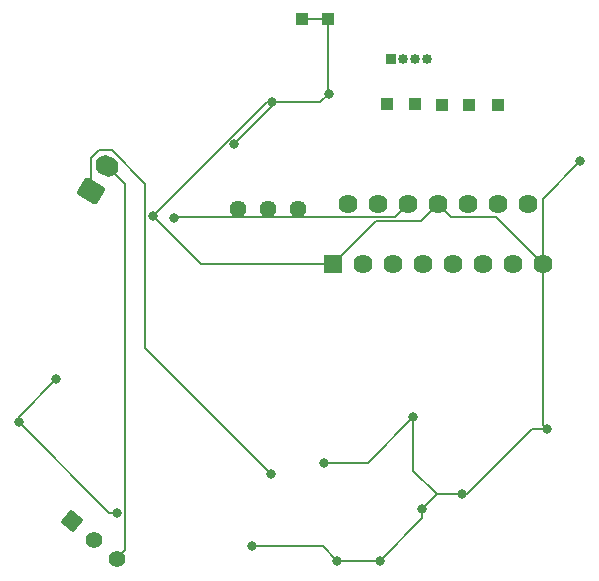
<source format=gbl>
%TF.GenerationSoftware,KiCad,Pcbnew,7.0.5-0*%
%TF.CreationDate,2024-11-24T15:49:57-05:00*%
%TF.ProjectId,PCB-diffDC,5043422d-6469-4666-9644-432e6b696361,rev?*%
%TF.SameCoordinates,Original*%
%TF.FileFunction,Copper,L2,Bot*%
%TF.FilePolarity,Positive*%
%FSLAX46Y46*%
G04 Gerber Fmt 4.6, Leading zero omitted, Abs format (unit mm)*
G04 Created by KiCad (PCBNEW 7.0.5-0) date 2024-11-24 15:49:57*
%MOMM*%
%LPD*%
G01*
G04 APERTURE LIST*
G04 Aperture macros list*
%AMRoundRect*
0 Rectangle with rounded corners*
0 $1 Rounding radius*
0 $2 $3 $4 $5 $6 $7 $8 $9 X,Y pos of 4 corners*
0 Add a 4 corners polygon primitive as box body*
4,1,4,$2,$3,$4,$5,$6,$7,$8,$9,$2,$3,0*
0 Add four circle primitives for the rounded corners*
1,1,$1+$1,$2,$3*
1,1,$1+$1,$4,$5*
1,1,$1+$1,$6,$7*
1,1,$1+$1,$8,$9*
0 Add four rect primitives between the rounded corners*
20,1,$1+$1,$2,$3,$4,$5,0*
20,1,$1+$1,$4,$5,$6,$7,0*
20,1,$1+$1,$6,$7,$8,$9,0*
20,1,$1+$1,$8,$9,$2,$3,0*%
%AMHorizOval*
0 Thick line with rounded ends*
0 $1 width*
0 $2 $3 position (X,Y) of the first rounded end (center of the circle)*
0 $4 $5 position (X,Y) of the second rounded end (center of the circle)*
0 Add line between two ends*
20,1,$1,$2,$3,$4,$5,0*
0 Add two circle primitives to create the rounded ends*
1,1,$1,$2,$3*
1,1,$1,$4,$5*%
%AMRotRect*
0 Rectangle, with rotation*
0 The origin of the aperture is its center*
0 $1 length*
0 $2 width*
0 $3 Rotation angle, in degrees counterclockwise*
0 Add horizontal line*
21,1,$1,$2,0,0,$3*%
G04 Aperture macros list end*
%TA.AperFunction,ComponentPad*%
%ADD10C,1.440000*%
%TD*%
%TA.AperFunction,ComponentPad*%
%ADD11R,1.000000X1.000000*%
%TD*%
%TA.AperFunction,ComponentPad*%
%ADD12R,0.850000X0.850000*%
%TD*%
%TA.AperFunction,ComponentPad*%
%ADD13O,0.850000X0.850000*%
%TD*%
%TA.AperFunction,ComponentPad*%
%ADD14R,1.620000X1.620000*%
%TD*%
%TA.AperFunction,ComponentPad*%
%ADD15C,1.620000*%
%TD*%
%TA.AperFunction,ComponentPad*%
%ADD16RoundRect,0.250000X0.333853X-0.900579X0.951898X0.128022X-0.333853X0.900579X-0.951898X-0.128022X0*%
%TD*%
%TA.AperFunction,ComponentPad*%
%ADD17HorizOval,1.700000X-0.128575X0.077256X0.128575X-0.077256X0*%
%TD*%
%TA.AperFunction,ComponentPad*%
%ADD18RotRect,1.408000X1.408000X320.000000*%
%TD*%
%TA.AperFunction,ComponentPad*%
%ADD19C,1.408000*%
%TD*%
%TA.AperFunction,ViaPad*%
%ADD20C,0.800000*%
%TD*%
%TA.AperFunction,Conductor*%
%ADD21C,0.200000*%
%TD*%
%ADD22C,0.350000*%
G04 APERTURE END LIST*
D10*
%TO.P,R4,1*%
%TO.N,Boost_Out*%
X113480000Y-53100000D03*
%TO.P,R4,2*%
%TO.N,Net-(U5-FB)*%
X110940000Y-53100000D03*
%TO.P,R4,3*%
%TO.N,N/C*%
X108400000Y-53100000D03*
%TD*%
D11*
%TO.P,J10,1,Pin_1*%
%TO.N,GND_Arduino1*%
X116030000Y-37070000D03*
%TD*%
%TO.P,J6,1,Pin_1*%
%TO.N,A1*%
X125638750Y-44300000D03*
%TD*%
%TO.P,J3,1,Pin_1*%
%TO.N,+5V Arduino*%
X123378750Y-44270000D03*
%TD*%
D12*
%TO.P,J2,1,Pin_1*%
%TO.N,OUT1*%
X121367250Y-40433500D03*
D13*
%TO.P,J2,2,Pin_2*%
%TO.N,OUT2*%
X122367250Y-40433500D03*
%TO.P,J2,3,Pin_3*%
%TO.N,OUT3*%
X123367250Y-40433500D03*
%TO.P,J2,4,Pin_4*%
%TO.N,OUT4*%
X124367250Y-40433500D03*
%TD*%
D14*
%TO.P,U1,1,SENSE_A*%
%TO.N,GND_Arduino1*%
X116418750Y-57770000D03*
D15*
%TO.P,U1,2,OUT1*%
%TO.N,OUT1*%
X117688750Y-52690000D03*
%TO.P,U1,3,OUT2*%
%TO.N,OUT2*%
X118958750Y-57770000D03*
%TO.P,U1,4,Vs*%
%TO.N,Boost_Out*%
X120228750Y-52690000D03*
%TO.P,U1,5,IN1*%
%TO.N,A0*%
X121498750Y-57770000D03*
%TO.P,U1,6,EnA*%
%TO.N,+5V Arduino*%
X122768750Y-52690000D03*
%TO.P,U1,7,IN2*%
%TO.N,A1*%
X124038750Y-57770000D03*
%TO.P,U1,8,GND*%
%TO.N,GND_Arduino1*%
X125308750Y-52690000D03*
%TO.P,U1,9,Vss*%
%TO.N,+5V Arduino*%
X126578750Y-57770000D03*
%TO.P,U1,10,IN3*%
%TO.N,A2*%
X127848750Y-52690000D03*
%TO.P,U1,11,EnB*%
%TO.N,+5V Arduino*%
X129118750Y-57770000D03*
%TO.P,U1,12,IN4*%
%TO.N,A3*%
X130388750Y-52690000D03*
%TO.P,U1,13,OUT3*%
%TO.N,OUT3*%
X131658750Y-57770000D03*
%TO.P,U1,14,OUT4*%
%TO.N,OUT4*%
X132928750Y-52690000D03*
%TO.P,U1,15,SENSE_B*%
%TO.N,GND_Arduino1*%
X134198750Y-57770000D03*
%TD*%
D16*
%TO.P,J4,1,Pin_1*%
%TO.N,Batt-*%
X95964838Y-51610558D03*
D17*
%TO.P,J4,2,Pin_2*%
%TO.N,Net-(J4-Pin_2)*%
X97252433Y-49467640D03*
%TD*%
D11*
%TO.P,J11,1,Pin_1*%
%TO.N,GND_Arduino1*%
X113840000Y-37060000D03*
%TD*%
%TO.P,J8,1,Pin_1*%
%TO.N,A3*%
X130368750Y-44300000D03*
%TD*%
D18*
%TO.P,SW1,1,A*%
%TO.N,Bat+*%
X94287139Y-79541531D03*
D19*
%TO.P,SW1,2,B*%
X96202250Y-81148500D03*
%TO.P,SW1,3,C*%
%TO.N,Net-(J4-Pin_2)*%
X98117361Y-82755469D03*
%TD*%
D11*
%TO.P,J7,1,Pin_1*%
%TO.N,A2*%
X127928750Y-44300000D03*
%TD*%
%TO.P,J5,1,Pin_1*%
%TO.N,A0*%
X120998750Y-44240000D03*
%TD*%
D20*
%TO.N,GND_Arduino1*%
X108040000Y-47660000D03*
%TO.N,Batt-*%
X111188750Y-75560000D03*
%TO.N,GND_Arduino1*%
X101218750Y-53700000D03*
X89838750Y-71200000D03*
X116068750Y-43380000D03*
X120388750Y-82910000D03*
X111258750Y-44100000D03*
X92998750Y-67560000D03*
X123998750Y-78530000D03*
X98138750Y-78850000D03*
X109528750Y-81680000D03*
X127338750Y-77300000D03*
X137368750Y-49080000D03*
X116798750Y-82900000D03*
X123218750Y-70770000D03*
X134510000Y-71750000D03*
X115678750Y-74620000D03*
%TO.N,+5V Arduino*%
X102948750Y-53880000D03*
%TD*%
D21*
%TO.N,GND_Arduino1*%
X134198750Y-57770000D02*
X134198750Y-71438750D01*
X134198750Y-71438750D02*
X134510000Y-71750000D01*
X134510000Y-71750000D02*
X133278750Y-71750000D01*
X127728750Y-77300000D02*
X127338750Y-77300000D01*
X133278750Y-71750000D02*
X127728750Y-77300000D01*
%TO.N,Batt-*%
X96613928Y-48159306D02*
X97699306Y-48159306D01*
X95964838Y-48808396D02*
X96613928Y-48159306D01*
X97699306Y-48159306D02*
X100518750Y-50978750D01*
X95964838Y-51610558D02*
X95964838Y-48808396D01*
X100518750Y-50978750D02*
X100518750Y-64890000D01*
X100518750Y-64890000D02*
X111188750Y-75560000D01*
%TO.N,Net-(J4-Pin_2)*%
X97252433Y-49467640D02*
X98838750Y-51053957D01*
X98838750Y-51053957D02*
X98838750Y-82034080D01*
X98838750Y-82034080D02*
X98117361Y-82755469D01*
%TO.N,GND_Arduino1*%
X116030000Y-37070000D02*
X116030000Y-43341250D01*
X116030000Y-43341250D02*
X116068750Y-43380000D01*
X108040000Y-47660000D02*
X111258750Y-44441250D01*
X111258750Y-44441250D02*
X111258750Y-44100000D01*
X125308750Y-52690000D02*
X126418750Y-53800000D01*
X115578750Y-81680000D02*
X116798750Y-82900000D01*
X125228750Y-77300000D02*
X123998750Y-78530000D01*
X125308750Y-52690000D02*
X123871750Y-54127000D01*
%TO.N,+5V Arduino*%
X121658750Y-53800000D02*
X103028750Y-53800000D01*
X122768750Y-52690000D02*
X121658750Y-53800000D01*
X103028750Y-53800000D02*
X102948750Y-53880000D01*
%TO.N,GND_Arduino1*%
X123998750Y-79300000D02*
X123998750Y-78530000D01*
X125228750Y-77300000D02*
X123218750Y-75290000D01*
X110818750Y-44100000D02*
X101218750Y-53700000D01*
X120388750Y-82910000D02*
X120378750Y-82900000D01*
X92998750Y-67560000D02*
X89838750Y-70720000D01*
X89838750Y-70720000D02*
X89838750Y-71200000D01*
X89838750Y-71200000D02*
X97488750Y-78850000D01*
X116418750Y-57770000D02*
X105288750Y-57770000D01*
X134198750Y-52250000D02*
X134198750Y-57770000D01*
X120388750Y-82910000D02*
X123998750Y-79300000D01*
X111258750Y-44100000D02*
X110818750Y-44100000D01*
X119368750Y-74620000D02*
X123218750Y-70770000D01*
X120061750Y-54127000D02*
X116418750Y-57770000D01*
X126418750Y-53800000D02*
X130228750Y-53800000D01*
X113840000Y-37060000D02*
X116020000Y-37060000D01*
X111258750Y-44100000D02*
X115348750Y-44100000D01*
X123871750Y-54127000D02*
X120061750Y-54127000D01*
X115678750Y-74620000D02*
X119368750Y-74620000D01*
X115348750Y-44100000D02*
X116068750Y-43380000D01*
X120378750Y-82900000D02*
X116798750Y-82900000D01*
X123218750Y-75290000D02*
X123218750Y-70770000D01*
X97488750Y-78850000D02*
X98138750Y-78850000D01*
X137368750Y-49080000D02*
X134198750Y-52250000D01*
X105288750Y-57770000D02*
X101218750Y-53700000D01*
X130228750Y-53800000D02*
X134198750Y-57770000D01*
X127338750Y-77300000D02*
X125228750Y-77300000D01*
X109528750Y-81680000D02*
X115578750Y-81680000D01*
%TD*%
D22*
X108040000Y-47660000D03*
X111188750Y-75560000D03*
X101218750Y-53700000D03*
X89838750Y-71200000D03*
X116068750Y-43380000D03*
X120388750Y-82910000D03*
X111258750Y-44100000D03*
X92998750Y-67560000D03*
X123998750Y-78530000D03*
X98138750Y-78850000D03*
X109528750Y-81680000D03*
X127338750Y-77300000D03*
X137368750Y-49080000D03*
X116798750Y-82900000D03*
X123218750Y-70770000D03*
X134510000Y-71750000D03*
X115678750Y-74620000D03*
X102948750Y-53880000D03*
X113480000Y-53100000D03*
X110940000Y-53100000D03*
X108400000Y-53100000D03*
X116030000Y-37070000D03*
X125638750Y-44300000D03*
X123378750Y-44270000D03*
X121367250Y-40433500D03*
X122367250Y-40433500D03*
X123367250Y-40433500D03*
X124367250Y-40433500D03*
X116418750Y-57770000D03*
X117688750Y-52690000D03*
X118958750Y-57770000D03*
X120228750Y-52690000D03*
X121498750Y-57770000D03*
X122768750Y-52690000D03*
X124038750Y-57770000D03*
X125308750Y-52690000D03*
X126578750Y-57770000D03*
X127848750Y-52690000D03*
X129118750Y-57770000D03*
X130388750Y-52690000D03*
X131658750Y-57770000D03*
X132928750Y-52690000D03*
X134198750Y-57770000D03*
X95964838Y-51610558D03*
X97252433Y-49467640D03*
X113840000Y-37060000D03*
X130368750Y-44300000D03*
X94287139Y-79541531D03*
X96202250Y-81148500D03*
X98117361Y-82755469D03*
X127928750Y-44300000D03*
X120998750Y-44240000D03*
M02*

</source>
